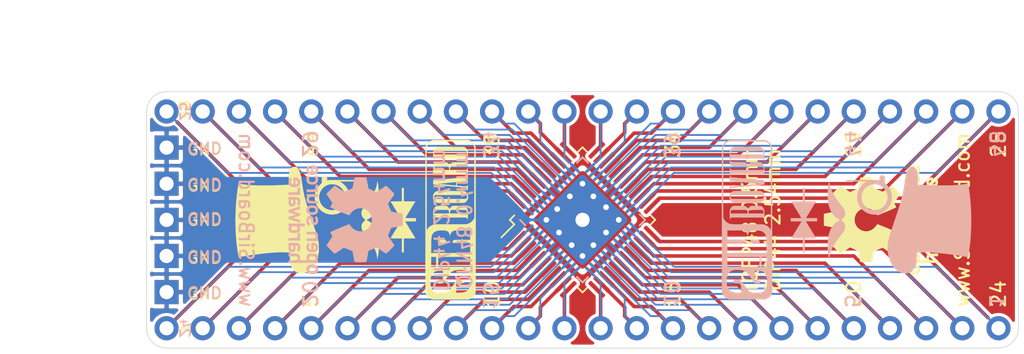
<source format=kicad_pcb>
(kicad_pcb (version 20171130) (host pcbnew "(5.1.2)-2")
  (layers (0 F.Cu signal) (31 B.Cu signal) (34 B.Paste user hide) (35 F.Paste user hide) (36 B.SilkS user) (37 F.SilkS user) (38 B.Mask user hide) (39 F.Mask user hide) (44 Edge.Cuts user))
  (net 0 "")
  (net 1 "Net-(J1-Pad24)")
  (net 2 "Net-(J1-Pad23)")
  (net 3 "Net-(J1-Pad22)")
  (net 4 "Net-(J1-Pad21)")
  (net 5 "Net-(J1-Pad20)")
  (net 6 "Net-(J1-Pad19)")
  (net 7 "Net-(J1-Pad18)")
  (net 8 "Net-(J1-Pad17)")
  (net 9 "Net-(J1-Pad16)")
  (net 10 "Net-(J1-Pad15)")
  (net 11 "Net-(J1-Pad14)")
  (net 12 "Net-(J1-Pad13)")
  (net 13 "Net-(J1-Pad12)")
  (net 14 "Net-(J1-Pad11)")
  (net 15 "Net-(J1-Pad10)")
  (net 16 "Net-(J1-Pad9)")
  (net 17 "Net-(J1-Pad8)")
  (net 18 "Net-(J1-Pad7)")
  (net 19 "Net-(J1-Pad6)")
  (net 20 "Net-(J1-Pad5)")
  (net 21 "Net-(J1-Pad4)")
  (net 22 "Net-(J1-Pad3)")
  (net 23 "Net-(J1-Pad2)")
  (net 24 "Net-(J1-Pad1)")
  (net 25 "Net-(J2-Pad48)")
  (net 26 "Net-(J2-Pad47)")
  (net 27 "Net-(J2-Pad46)")
  (net 28 "Net-(J2-Pad45)")
  (net 29 "Net-(J2-Pad44)")
  (net 30 "Net-(J2-Pad43)")
  (net 31 "Net-(J2-Pad42)")
  (net 32 "Net-(J2-Pad41)")
  (net 33 "Net-(J2-Pad40)")
  (net 34 "Net-(J2-Pad39)")
  (net 35 "Net-(J2-Pad38)")
  (net 36 "Net-(J2-Pad37)")
  (net 37 "Net-(J2-Pad36)")
  (net 38 "Net-(J2-Pad35)")
  (net 39 "Net-(J2-Pad34)")
  (net 40 "Net-(J2-Pad33)")
  (net 41 "Net-(J2-Pad32)")
  (net 42 "Net-(J2-Pad31)")
  (net 43 "Net-(J2-Pad30)")
  (net 44 "Net-(J2-Pad29)")
  (net 45 "Net-(J2-Pad28)")
  (net 46 "Net-(J2-Pad27)")
  (net 47 "Net-(J2-Pad26)")
  (net 48 "Net-(J2-Pad25)")
  (net 49 "Net-(J5-Pad1)")
  (module Package_DFN_QFN:UQFN-48-1EP_6x6mm_P0.4mm_EP4.62x4.62mm (layer B.Cu) (at 148.59 104.14 315)
    (fp_text reference J3 hide)
    (fp_text value Conn_02x24_Counter_Clockwise)
    (pad 48 smd roundrect (at -2.2 3.0375 315) (size 0.2 0.675) (layers B.Cu B.Paste B.Mask) (net 24 "Net-(J1-Pad1)"))
    (pad 47 smd roundrect (at -1.8 2.9375 315) (size 0.2 0.875) (layers B.Cu B.Paste B.Mask) (net 23 "Net-(J1-Pad2)"))
    (pad 46 smd roundrect (at -1.4 2.9375 315) (size 0.2 0.875) (layers B.Cu B.Paste B.Mask) (net 22 "Net-(J1-Pad3)"))
    (pad 45 smd roundrect (at -1 2.9375 315) (size 0.2 0.875) (layers B.Cu B.Paste B.Mask) (net 21 "Net-(J1-Pad4)"))
    (pad 44 smd roundrect (at -0.6 2.9375 315) (size 0.2 0.875) (layers B.Cu B.Paste B.Mask) (net 20 "Net-(J1-Pad5)"))
    (pad 43 smd roundrect (at -0.2 2.9375 315) (size 0.2 0.875) (layers B.Cu B.Paste B.Mask) (net 19 "Net-(J1-Pad6)"))
    (pad 42 smd roundrect (at 0.2 2.9375 315) (size 0.2 0.875) (layers B.Cu B.Paste B.Mask) (net 18 "Net-(J1-Pad7)"))
    (pad 41 smd roundrect (at 0.6 2.9375 315) (size 0.2 0.875) (layers B.Cu B.Paste B.Mask) (net 17 "Net-(J1-Pad8)"))
    (pad 40 smd roundrect (at 1 2.9375 315) (size 0.2 0.875) (layers B.Cu B.Paste B.Mask) (net 16 "Net-(J1-Pad9)"))
    (pad 39 smd roundrect (at 1.4 2.9375 315) (size 0.2 0.875) (layers B.Cu B.Paste B.Mask) (net 15 "Net-(J1-Pad10)"))
    (pad 38 smd roundrect (at 1.8 2.9375 315) (size 0.2 0.875) (layers B.Cu B.Paste B.Mask) (net 14 "Net-(J1-Pad11)"))
    (pad 37 smd roundrect (at 2.2 2.9375 315) (size 0.2 0.875) (layers B.Cu B.Paste B.Mask) (net 13 "Net-(J1-Pad12)"))
    (pad 36 smd roundrect (at 2.9375 2.2 315) (size 0.875 0.2) (layers B.Cu B.Paste B.Mask) (net 12 "Net-(J1-Pad13)"))
    (pad 35 smd roundrect (at 2.9375 1.8 315) (size 0.875 0.2) (layers B.Cu B.Paste B.Mask) (net 11 "Net-(J1-Pad14)"))
    (pad 34 smd roundrect (at 2.9375 1.4 315) (size 0.875 0.2) (layers B.Cu B.Paste B.Mask) (net 10 "Net-(J1-Pad15)"))
    (pad 33 smd roundrect (at 2.9375 1 315) (size 0.875 0.2) (layers B.Cu B.Paste B.Mask) (net 9 "Net-(J1-Pad16)"))
    (pad 32 smd roundrect (at 2.9375 0.6 315) (size 0.875 0.2) (layers B.Cu B.Paste B.Mask) (net 8 "Net-(J1-Pad17)"))
    (pad 31 smd roundrect (at 2.9375 0.2 315) (size 0.875 0.2) (layers B.Cu B.Paste B.Mask) (net 7 "Net-(J1-Pad18)"))
    (pad 30 smd roundrect (at 2.9375 -0.2 315) (size 0.875 0.2) (layers B.Cu B.Paste B.Mask) (net 6 "Net-(J1-Pad19)"))
    (pad 29 smd roundrect (at 2.9375 -0.6 315) (size 0.875 0.2) (layers B.Cu B.Paste B.Mask) (net 5 "Net-(J1-Pad20)"))
    (pad 28 smd roundrect (at 2.9375 -1 315) (size 0.875 0.2) (layers B.Cu B.Paste B.Mask) (net 4 "Net-(J1-Pad21)"))
    (pad 27 smd roundrect (at 2.9375 -1.4 315) (size 0.875 0.2) (layers B.Cu B.Paste B.Mask) (net 3 "Net-(J1-Pad22)"))
    (pad 26 smd roundrect (at 2.9375 -1.8 315) (size 0.875 0.2) (layers B.Cu B.Paste B.Mask) (net 2 "Net-(J1-Pad23)"))
    (pad 25 smd roundrect (at 2.9375 -2.2 315) (size 0.875 0.2) (layers B.Cu B.Paste B.Mask) (net 1 "Net-(J1-Pad24)"))
    (pad 24 smd roundrect (at 2.2 -2.9375 315) (size 0.2 0.875) (layers B.Cu B.Paste B.Mask) (net 48 "Net-(J2-Pad25)"))
    (pad 23 smd roundrect (at 1.8 -2.9375 315) (size 0.2 0.875) (layers B.Cu B.Paste B.Mask) (net 47 "Net-(J2-Pad26)"))
    (pad 22 smd roundrect (at 1.4 -2.9375 315) (size 0.2 0.875) (layers B.Cu B.Paste B.Mask) (net 46 "Net-(J2-Pad27)"))
    (pad 21 smd roundrect (at 1 -2.9375 315) (size 0.2 0.875) (layers B.Cu B.Paste B.Mask) (net 45 "Net-(J2-Pad28)"))
    (pad 20 smd roundrect (at 0.6 -2.9375 315) (size 0.2 0.875) (layers B.Cu B.Paste B.Mask) (net 44 "Net-(J2-Pad29)"))
    (pad 19 smd roundrect (at 0.2 -2.9375 315) (size 0.2 0.875) (layers B.Cu B.Paste B.Mask) (net 43 "Net-(J2-Pad30)"))
    (pad 18 smd roundrect (at -0.2 -2.9375 315) (size 0.2 0.875) (layers B.Cu B.Paste B.Mask) (net 42 "Net-(J2-Pad31)"))
    (pad 17 smd roundrect (at -0.6 -2.9375 315) (size 0.2 0.875) (layers B.Cu B.Paste B.Mask) (net 41 "Net-(J2-Pad32)"))
    (pad 16 smd roundrect (at -1 -2.9375 315) (size 0.2 0.875) (layers B.Cu B.Paste B.Mask) (net 40 "Net-(J2-Pad33)"))
    (pad 15 smd roundrect (at -1.4 -2.9375 315) (size 0.2 0.875) (layers B.Cu B.Paste B.Mask) (net 39 "Net-(J2-Pad34)"))
    (pad 14 smd roundrect (at -1.8 -2.9375 315) (size 0.2 0.875) (layers B.Cu B.Paste B.Mask) (net 38 "Net-(J2-Pad35)"))
    (pad 13 smd roundrect (at -2.2 -2.9375 315) (size 0.2 0.875) (layers B.Cu B.Paste B.Mask) (net 37 "Net-(J2-Pad36)"))
    (pad 12 smd roundrect (at -2.9375 -2.2 315) (size 0.875 0.2) (layers B.Cu B.Paste B.Mask) (net 36 "Net-(J2-Pad37)"))
    (pad 11 smd roundrect (at -2.9375 -1.8 315) (size 0.875 0.2) (layers B.Cu B.Paste B.Mask) (net 35 "Net-(J2-Pad38)"))
    (pad 10 smd roundrect (at -2.9375 -1.4 315) (size 0.875 0.2) (layers B.Cu B.Paste B.Mask) (net 34 "Net-(J2-Pad39)"))
    (pad 9 smd roundrect (at -2.9375 -1 315) (size 0.875 0.2) (layers B.Cu B.Paste B.Mask) (net 33 "Net-(J2-Pad40)"))
    (pad 8 smd roundrect (at -2.9375 -0.6 315) (size 0.875 0.2) (layers B.Cu B.Paste B.Mask) (net 32 "Net-(J2-Pad41)"))
    (pad 7 smd roundrect (at -2.9375 -0.2 315) (size 0.875 0.2) (layers B.Cu B.Paste B.Mask) (net 31 "Net-(J2-Pad42)"))
    (pad 6 smd roundrect (at -2.9375 0.2 315) (size 0.875 0.2) (layers B.Cu B.Paste B.Mask) (net 30 "Net-(J2-Pad43)"))
    (pad 5 smd roundrect (at -2.9375 0.6 315) (size 0.875 0.2) (layers B.Cu B.Paste B.Mask) (net 29 "Net-(J2-Pad44)"))
    (pad 4 smd roundrect (at -2.9375 1 315) (size 0.875 0.2) (layers B.Cu B.Paste B.Mask) (net 28 "Net-(J2-Pad45)"))
    (pad 3 smd roundrect (at -2.9375 1.4 315) (size 0.875 0.2) (layers B.Cu B.Paste B.Mask) (net 27 "Net-(J2-Pad46)"))
    (pad 2 smd roundrect (at -2.9375 1.8 315) (size 0.875 0.2) (layers B.Cu B.Paste B.Mask) (net 26 "Net-(J2-Pad47)"))
    (pad 1 smd roundrect (at -3.0375 2.2 315) (size 0.675 0.2) (layers B.Cu B.Paste B.Mask) (net 25 "Net-(J2-Pad48)"))
    (pad 49 smd roundrect (at 0 0 315) (size 4.62 4.62) (layers B.Cu B.Mask) (roundrect_rratio 0.05400000000000001) (net 49 "Net-(J5-Pad1)"))
  )
  (module Package_QFP:TQFP-48-1EP_7x7mm_P0.5mm_EP5x5mm (layer F.Cu) (at 148.59 104.14 45)
    (fp_text reference J2 hide)
    (fp_text value Conn_02x24_Counter_Clockwise)
    (pad 48 smd roundrect (at -2.75 -4.1625 45) (size 0.3 1.475) (layers F.Cu F.Paste F.Mask) (net 25 "Net-(J2-Pad48)"))
    (pad 47 smd roundrect (at -2.25 -4.1625 45) (size 0.3 1.475) (layers F.Cu F.Paste F.Mask) (net 26 "Net-(J2-Pad47)"))
    (pad 46 smd roundrect (at -1.75 -4.1625 45) (size 0.3 1.475) (layers F.Cu F.Paste F.Mask) (net 27 "Net-(J2-Pad46)"))
    (pad 45 smd roundrect (at -1.25 -4.1625 45) (size 0.3 1.475) (layers F.Cu F.Paste F.Mask) (net 28 "Net-(J2-Pad45)"))
    (pad 44 smd roundrect (at -0.75 -4.1625 45) (size 0.3 1.475) (layers F.Cu F.Paste F.Mask) (net 29 "Net-(J2-Pad44)"))
    (pad 43 smd roundrect (at -0.25 -4.1625 45) (size 0.3 1.475) (layers F.Cu F.Paste F.Mask) (net 30 "Net-(J2-Pad43)"))
    (pad 42 smd roundrect (at 0.25 -4.1625 45) (size 0.3 1.475) (layers F.Cu F.Paste F.Mask) (net 31 "Net-(J2-Pad42)"))
    (pad 41 smd roundrect (at 0.75 -4.1625 45) (size 0.3 1.475) (layers F.Cu F.Paste F.Mask) (net 32 "Net-(J2-Pad41)"))
    (pad 40 smd roundrect (at 1.25 -4.1625 45) (size 0.3 1.475) (layers F.Cu F.Paste F.Mask) (net 33 "Net-(J2-Pad40)"))
    (pad 39 smd roundrect (at 1.75 -4.1625 45) (size 0.3 1.475) (layers F.Cu F.Paste F.Mask) (net 34 "Net-(J2-Pad39)"))
    (pad 38 smd roundrect (at 2.25 -4.1625 45) (size 0.3 1.475) (layers F.Cu F.Paste F.Mask) (net 35 "Net-(J2-Pad38)"))
    (pad 37 smd roundrect (at 2.75 -4.1625 45) (size 0.3 1.475) (layers F.Cu F.Paste F.Mask) (net 36 "Net-(J2-Pad37)"))
    (pad 36 smd roundrect (at 4.1625 -2.75 45) (size 1.475 0.3) (layers F.Cu F.Paste F.Mask) (net 37 "Net-(J2-Pad36)"))
    (pad 35 smd roundrect (at 4.1625 -2.25 45) (size 1.475 0.3) (layers F.Cu F.Paste F.Mask) (net 38 "Net-(J2-Pad35)"))
    (pad 34 smd roundrect (at 4.1625 -1.75 45) (size 1.475 0.3) (layers F.Cu F.Paste F.Mask) (net 39 "Net-(J2-Pad34)"))
    (pad 33 smd roundrect (at 4.1625 -1.25 45) (size 1.475 0.3) (layers F.Cu F.Paste F.Mask) (net 40 "Net-(J2-Pad33)"))
    (pad 32 smd roundrect (at 4.1625 -0.75 45) (size 1.475 0.3) (layers F.Cu F.Paste F.Mask) (net 41 "Net-(J2-Pad32)"))
    (pad 31 smd roundrect (at 4.1625 -0.25 45) (size 1.475 0.3) (layers F.Cu F.Paste F.Mask) (net 42 "Net-(J2-Pad31)"))
    (pad 30 smd roundrect (at 4.1625 0.25 45) (size 1.475 0.3) (layers F.Cu F.Paste F.Mask) (net 43 "Net-(J2-Pad30)"))
    (pad 29 smd roundrect (at 4.1625 0.75 45) (size 1.475 0.3) (layers F.Cu F.Paste F.Mask) (net 44 "Net-(J2-Pad29)"))
    (pad 28 smd roundrect (at 4.1625 1.25 45) (size 1.475 0.3) (layers F.Cu F.Paste F.Mask) (net 45 "Net-(J2-Pad28)"))
    (pad 27 smd roundrect (at 4.1625 1.75 45) (size 1.475 0.3) (layers F.Cu F.Paste F.Mask) (net 46 "Net-(J2-Pad27)"))
    (pad 26 smd roundrect (at 4.1625 2.25 45) (size 1.475 0.3) (layers F.Cu F.Paste F.Mask) (net 47 "Net-(J2-Pad26)"))
    (pad 25 smd roundrect (at 4.1625 2.75 45) (size 1.475 0.3) (layers F.Cu F.Paste F.Mask) (net 48 "Net-(J2-Pad25)"))
    (pad 24 smd roundrect (at 2.75 4.1625 45) (size 0.3 1.475) (layers F.Cu F.Paste F.Mask) (net 1 "Net-(J1-Pad24)"))
    (pad 23 smd roundrect (at 2.25 4.1625 45) (size 0.3 1.475) (layers F.Cu F.Paste F.Mask) (net 2 "Net-(J1-Pad23)"))
    (pad 22 smd roundrect (at 1.75 4.1625 45) (size 0.3 1.475) (layers F.Cu F.Paste F.Mask) (net 3 "Net-(J1-Pad22)"))
    (pad 21 smd roundrect (at 1.25 4.1625 45) (size 0.3 1.475) (layers F.Cu F.Paste F.Mask) (net 4 "Net-(J1-Pad21)"))
    (pad 20 smd roundrect (at 0.75 4.1625 45) (size 0.3 1.475) (layers F.Cu F.Paste F.Mask) (net 5 "Net-(J1-Pad20)"))
    (pad 19 smd roundrect (at 0.25 4.1625 45) (size 0.3 1.475) (layers F.Cu F.Paste F.Mask) (net 6 "Net-(J1-Pad19)"))
    (pad 18 smd roundrect (at -0.25 4.1625 45) (size 0.3 1.475) (layers F.Cu F.Paste F.Mask) (net 7 "Net-(J1-Pad18)"))
    (pad 17 smd roundrect (at -0.75 4.1625 45) (size 0.3 1.475) (layers F.Cu F.Paste F.Mask) (net 8 "Net-(J1-Pad17)"))
    (pad 16 smd roundrect (at -1.25 4.1625 45) (size 0.3 1.475) (layers F.Cu F.Paste F.Mask) (net 9 "Net-(J1-Pad16)"))
    (pad 15 smd roundrect (at -1.75 4.1625 45) (size 0.3 1.475) (layers F.Cu F.Paste F.Mask) (net 10 "Net-(J1-Pad15)"))
    (pad 14 smd roundrect (at -2.25 4.1625 45) (size 0.3 1.475) (layers F.Cu F.Paste F.Mask) (net 11 "Net-(J1-Pad14)"))
    (pad 13 smd roundrect (at -2.75 4.1625 45) (size 0.3 1.475) (layers F.Cu F.Paste F.Mask) (net 12 "Net-(J1-Pad13)"))
    (pad 12 smd roundrect (at -4.1625 2.75 45) (size 1.475 0.3) (layers F.Cu F.Paste F.Mask) (net 13 "Net-(J1-Pad12)"))
    (pad 11 smd roundrect (at -4.1625 2.25 45) (size 1.475 0.3) (layers F.Cu F.Paste F.Mask) (net 14 "Net-(J1-Pad11)"))
    (pad 10 smd roundrect (at -4.1625 1.75 45) (size 1.475 0.3) (layers F.Cu F.Paste F.Mask) (net 15 "Net-(J1-Pad10)"))
    (pad 9 smd roundrect (at -4.1625 1.25 45) (size 1.475 0.3) (layers F.Cu F.Paste F.Mask) (net 16 "Net-(J1-Pad9)"))
    (pad 8 smd roundrect (at -4.1625 0.75 45) (size 1.475 0.3) (layers F.Cu F.Paste F.Mask) (net 17 "Net-(J1-Pad8)"))
    (pad 7 smd roundrect (at -4.1625 0.25 45) (size 1.475 0.3) (layers F.Cu F.Paste F.Mask) (net 18 "Net-(J1-Pad7)"))
    (pad 6 smd roundrect (at -4.1625 -0.25 45) (size 1.475 0.3) (layers F.Cu F.Paste F.Mask) (net 19 "Net-(J1-Pad6)"))
    (pad 5 smd roundrect (at -4.1625 -0.75 45) (size 1.475 0.3) (layers F.Cu F.Paste F.Mask) (net 20 "Net-(J1-Pad5)"))
    (pad 4 smd roundrect (at -4.1625 -1.25 45) (size 1.475 0.3) (layers F.Cu F.Paste F.Mask) (net 21 "Net-(J1-Pad4)"))
    (pad 3 smd roundrect (at -4.1625 -1.75 45) (size 1.475 0.3) (layers F.Cu F.Paste F.Mask) (net 22 "Net-(J1-Pad3)"))
    (pad 2 smd roundrect (at -4.1625 -2.25 45) (size 1.475 0.3) (layers F.Cu F.Paste F.Mask) (net 23 "Net-(J1-Pad2)"))
    (pad 1 smd roundrect (at -4.1625 -2.75 45) (size 1.475 0.3) (layers F.Cu F.Paste F.Mask) (net 24 "Net-(J1-Pad1)"))
    (pad 49 smd roundrect (at 0 0 45) (size 5 5) (layers F.Cu F.Mask) (roundrect_rratio 0.05) (net 49 "Net-(J5-Pad1)"))
  )
  (module Connector_PinHeader_2.54mm:PinHeader_1x05_P2.54mm_Vertical (layer B.Cu) (at 119.38 99.06 180)
    (fp_text reference J5 hide)
    (fp_text value Conn_01x05)
    (pad 5 thru_hole rect (at 0 -10.16 180) (size 1.7 1.7) (drill 1) (layers *.Cu *.Mask) (net 49 "Net-(J5-Pad1)"))
    (pad 4 thru_hole rect (at 0 -7.62 180) (size 1.7 1.7) (drill 1) (layers *.Cu *.Mask) (net 49 "Net-(J5-Pad1)"))
    (pad 3 thru_hole rect (at 0 -5.08 180) (size 1.7 1.7) (drill 1) (layers *.Cu *.Mask) (net 49 "Net-(J5-Pad1)"))
    (pad 2 thru_hole rect (at 0 -2.54 180) (size 1.7 1.7) (drill 1) (layers *.Cu *.Mask) (net 49 "Net-(J5-Pad1)"))
    (pad 1 thru_hole rect (at 0 0 180) (size 1.7 1.7) (drill 1) (layers *.Cu *.Mask) (net 49 "Net-(J5-Pad1)"))
  )
  (module Connector_PinHeader_2.54mm:PinHeader_1x24_P2.54mm_Vertical (layer B.Cu) (at 119.38 111.76 270)
    (fp_text reference J1 hide)
    (fp_text value Conn_01x24)
    (pad 24 thru_hole oval (at 0 -58.42 270) (size 1.7 1.7) (drill 1) (layers *.Cu *.Mask) (net 1 "Net-(J1-Pad24)"))
    (pad 23 thru_hole oval (at 0 -55.88 270) (size 1.7 1.7) (drill 1) (layers *.Cu *.Mask) (net 2 "Net-(J1-Pad23)"))
    (pad 22 thru_hole oval (at 0 -53.34 270) (size 1.7 1.7) (drill 1) (layers *.Cu *.Mask) (net 3 "Net-(J1-Pad22)"))
    (pad 21 thru_hole oval (at 0 -50.8 270) (size 1.7 1.7) (drill 1) (layers *.Cu *.Mask) (net 4 "Net-(J1-Pad21)"))
    (pad 20 thru_hole oval (at 0 -48.26 270) (size 1.7 1.7) (drill 1) (layers *.Cu *.Mask) (net 5 "Net-(J1-Pad20)"))
    (pad 19 thru_hole oval (at 0 -45.72 270) (size 1.7 1.7) (drill 1) (layers *.Cu *.Mask) (net 6 "Net-(J1-Pad19)"))
    (pad 18 thru_hole oval (at 0 -43.18 270) (size 1.7 1.7) (drill 1) (layers *.Cu *.Mask) (net 7 "Net-(J1-Pad18)"))
    (pad 17 thru_hole oval (at 0 -40.64 270) (size 1.7 1.7) (drill 1) (layers *.Cu *.Mask) (net 8 "Net-(J1-Pad17)"))
    (pad 16 thru_hole oval (at 0 -38.1 270) (size 1.7 1.7) (drill 1) (layers *.Cu *.Mask) (net 9 "Net-(J1-Pad16)"))
    (pad 15 thru_hole oval (at 0 -35.56 270) (size 1.7 1.7) (drill 1) (layers *.Cu *.Mask) (net 10 "Net-(J1-Pad15)"))
    (pad 14 thru_hole oval (at 0 -33.02 270) (size 1.7 1.7) (drill 1) (layers *.Cu *.Mask) (net 11 "Net-(J1-Pad14)"))
    (pad 13 thru_hole oval (at 0 -30.48 270) (size 1.7 1.7) (drill 1) (layers *.Cu *.Mask) (net 12 "Net-(J1-Pad13)"))
    (pad 12 thru_hole oval (at 0 -27.94 270) (size 1.7 1.7) (drill 1) (layers *.Cu *.Mask) (net 13 "Net-(J1-Pad12)"))
    (pad 11 thru_hole oval (at 0 -25.4 270) (size 1.7 1.7) (drill 1) (layers *.Cu *.Mask) (net 14 "Net-(J1-Pad11)"))
    (pad 10 thru_hole oval (at 0 -22.86 270) (size 1.7 1.7) (drill 1) (layers *.Cu *.Mask) (net 15 "Net-(J1-Pad10)"))
    (pad 9 thru_hole oval (at 0 -20.32 270) (size 1.7 1.7) (drill 1) (layers *.Cu *.Mask) (net 16 "Net-(J1-Pad9)"))
    (pad 8 thru_hole oval (at 0 -17.78 270) (size 1.7 1.7) (drill 1) (layers *.Cu *.Mask) (net 17 "Net-(J1-Pad8)"))
    (pad 7 thru_hole oval (at 0 -15.24 270) (size 1.7 1.7) (drill 1) (layers *.Cu *.Mask) (net 18 "Net-(J1-Pad7)"))
    (pad 6 thru_hole oval (at 0 -12.7 270) (size 1.7 1.7) (drill 1) (layers *.Cu *.Mask) (net 19 "Net-(J1-Pad6)"))
    (pad 5 thru_hole oval (at 0 -10.16 270) (size 1.7 1.7) (drill 1) (layers *.Cu *.Mask) (net 20 "Net-(J1-Pad5)"))
    (pad 4 thru_hole oval (at 0 -7.62 270) (size 1.7 1.7) (drill 1) (layers *.Cu *.Mask) (net 21 "Net-(J1-Pad4)"))
    (pad 3 thru_hole oval (at 0 -5.08 270) (size 1.7 1.7) (drill 1) (layers *.Cu *.Mask) (net 22 "Net-(J1-Pad3)"))
    (pad 2 thru_hole oval (at 0 -2.54 270) (size 1.7 1.7) (drill 1) (layers *.Cu *.Mask) (net 23 "Net-(J1-Pad2)"))
    (pad 1 thru_hole circle (at 0 0 270) (size 1.7 1.7) (drill 1) (layers *.Cu *.Mask) (net 24 "Net-(J1-Pad1)"))
  )
  (module Connector_PinHeader_2.54mm:PinHeader_1x24_P2.54mm_Vertical (layer B.Cu) (at 119.38 96.52 270)
    (fp_text reference J4 hide)
    (fp_text value Conn_01x24)
    (pad 24 thru_hole oval (at 0 -58.42 270) (size 1.7 1.7) (drill 1) (layers *.Cu *.Mask) (net 48 "Net-(J2-Pad25)"))
    (pad 23 thru_hole oval (at 0 -55.88 270) (size 1.7 1.7) (drill 1) (layers *.Cu *.Mask) (net 47 "Net-(J2-Pad26)"))
    (pad 22 thru_hole oval (at 0 -53.34 270) (size 1.7 1.7) (drill 1) (layers *.Cu *.Mask) (net 46 "Net-(J2-Pad27)"))
    (pad 21 thru_hole oval (at 0 -50.8 270) (size 1.7 1.7) (drill 1) (layers *.Cu *.Mask) (net 45 "Net-(J2-Pad28)"))
    (pad 20 thru_hole oval (at 0 -48.26 270) (size 1.7 1.7) (drill 1) (layers *.Cu *.Mask) (net 44 "Net-(J2-Pad29)"))
    (pad 19 thru_hole oval (at 0 -45.72 270) (size 1.7 1.7) (drill 1) (layers *.Cu *.Mask) (net 43 "Net-(J2-Pad30)"))
    (pad 18 thru_hole oval (at 0 -43.18 270) (size 1.7 1.7) (drill 1) (layers *.Cu *.Mask) (net 42 "Net-(J2-Pad31)"))
    (pad 17 thru_hole oval (at 0 -40.64 270) (size 1.7 1.7) (drill 1) (layers *.Cu *.Mask) (net 41 "Net-(J2-Pad32)"))
    (pad 16 thru_hole oval (at 0 -38.1 270) (size 1.7 1.7) (drill 1) (layers *.Cu *.Mask) (net 40 "Net-(J2-Pad33)"))
    (pad 15 thru_hole oval (at 0 -35.56 270) (size 1.7 1.7) (drill 1) (layers *.Cu *.Mask) (net 39 "Net-(J2-Pad34)"))
    (pad 14 thru_hole oval (at 0 -33.02 270) (size 1.7 1.7) (drill 1) (layers *.Cu *.Mask) (net 38 "Net-(J2-Pad35)"))
    (pad 13 thru_hole oval (at 0 -30.48 270) (size 1.7 1.7) (drill 1) (layers *.Cu *.Mask) (net 37 "Net-(J2-Pad36)"))
    (pad 12 thru_hole oval (at 0 -27.94 270) (size 1.7 1.7) (drill 1) (layers *.Cu *.Mask) (net 36 "Net-(J2-Pad37)"))
    (pad 11 thru_hole oval (at 0 -25.4 270) (size 1.7 1.7) (drill 1) (layers *.Cu *.Mask) (net 35 "Net-(J2-Pad38)"))
    (pad 10 thru_hole oval (at 0 -22.86 270) (size 1.7 1.7) (drill 1) (layers *.Cu *.Mask) (net 34 "Net-(J2-Pad39)"))
    (pad 9 thru_hole oval (at 0 -20.32 270) (size 1.7 1.7) (drill 1) (layers *.Cu *.Mask) (net 33 "Net-(J2-Pad40)"))
    (pad 8 thru_hole oval (at 0 -17.78 270) (size 1.7 1.7) (drill 1) (layers *.Cu *.Mask) (net 32 "Net-(J2-Pad41)"))
    (pad 7 thru_hole oval (at 0 -15.24 270) (size 1.7 1.7) (drill 1) (layers *.Cu *.Mask) (net 31 "Net-(J2-Pad42)"))
    (pad 6 thru_hole oval (at 0 -12.7 270) (size 1.7 1.7) (drill 1) (layers *.Cu *.Mask) (net 30 "Net-(J2-Pad43)"))
    (pad 5 thru_hole oval (at 0 -10.16 270) (size 1.7 1.7) (drill 1) (layers *.Cu *.Mask) (net 29 "Net-(J2-Pad44)"))
    (pad 4 thru_hole oval (at 0 -7.62 270) (size 1.7 1.7) (drill 1) (layers *.Cu *.Mask) (net 28 "Net-(J2-Pad45)"))
    (pad 3 thru_hole oval (at 0 -5.08 270) (size 1.7 1.7) (drill 1) (layers *.Cu *.Mask) (net 27 "Net-(J2-Pad46)"))
    (pad 2 thru_hole oval (at 0 -2.54 270) (size 1.7 1.7) (drill 1) (layers *.Cu *.Mask) (net 26 "Net-(J2-Pad47)"))
    (pad 1 thru_hole circle (at 0 0 270) (size 1.7 1.7) (drill 1) (layers *.Cu *.Mask) (net 25 "Net-(J2-Pad48)"))
  )
  (module logo:SirBoard112x35 (layer B.Cu) (at 160.147 104.14 90)
    (fp_text reference G*** hide)
    (fp_text value LOGO hide)
  )
  (module logo:logo126x178 (layer B.Cu) (at 169.545 104.14 90)
    (fp_text reference G*** hide)
    (fp_text value LOGO hide)
  )
  (module Symbol:OSHW-Logo_7.5x8mm_SilkScreen (layer B.Cu) (at 131.953 104.14 90)
    (fp_text reference REF** hide)
    (fp_text value OSHW-Logo_7.5x8mm_SilkScreen hide)
  )
  (module logo:SirBoard112x35 (layer F.Cu) (at 139.319 104.14 90)
    (fp_text reference G*** hide)
    (fp_text value LOGO hide)
  )
  (module logo:logo126x178 (layer F.Cu) (at 130.556 104.14 90)
    (fp_text reference G*** hide)
    (fp_text value LOGO hide)
  )
  (module Symbol:OSHW-Logo_7.5x8mm_SilkScreen (layer F.Cu) (at 169.545 104.14 90)
    (fp_text reference REF** hide)
    (fp_text value OSHW-Logo_7.5x8mm_SilkScreen hide)
  )
  (gr_text GND (at 122.047 99.06 180) (layer B.SilkS) (effects (font (size 0.8 0.8) (thickness 0.13)) (justify mirror)))
  (gr_text GND (at 122.047 101.6 180) (layer B.SilkS) (effects (font (size 0.8 0.8) (thickness 0.13)) (justify mirror)))
  (gr_text GND (at 122.047 104.013 180) (layer B.SilkS) (effects (font (size 0.8 0.8) (thickness 0.13)) (justify mirror)))
  (gr_text GND (at 122.047 106.68 180) (layer B.SilkS) (effects (font (size 0.8 0.8) (thickness 0.13)) (justify mirror)))
  (gr_text GND (at 122.047 109.22 180) (layer B.SilkS) (effects (font (size 0.8 0.8) (thickness 0.13)) (justify mirror)))
  (gr_text GND (at 122.047 109.347) (layer F.SilkS) (effects (font (size 0.8 0.8) (thickness 0.13))))
  (gr_text GND (at 122.047 106.807) (layer F.SilkS) (effects (font (size 0.8 0.8) (thickness 0.13))))
  (gr_text GND (at 122.047 104.14) (layer F.SilkS) (effects (font (size 0.8 0.8) (thickness 0.13))))
  (gr_text GND (at 122.047 101.727) (layer F.SilkS) (effects (font (size 0.8 0.8) (thickness 0.13))))
  (gr_text GND (at 122.047 99.187) (layer F.SilkS) (effects (font (size 0.8 0.8) (thickness 0.13))))
  (gr_text www.SirBoard.com (at 124.968 104.14 270) (layer B.SilkS) (effects (font (size 1 0.9)) (justify mirror)))
  (gr_text "QFN48 0.4mm\nDIP44 2.54mm" (at 139.446 104.14 270) (layer B.SilkS) (effects (font (size 1 0.9)) (justify mirror)))
  (gr_text 20 (at 129.413 109.347 270) (layer B.SilkS) (effects (font (size 1 1)) (justify mirror)))
  (gr_text 29 (at 129.413 98.806 270) (layer B.SilkS) (effects (font (size 1 1)) (justify mirror)))
  (gr_text 34 (at 142.113 98.806 270) (layer B.SilkS) (effects (font (size 1 1)) (justify mirror)))
  (gr_text 5 (at 167.513 109.855 270) (layer B.SilkS) (effects (font (size 1 1)) (justify mirror)))
  (gr_text 24 (at 120.65 111.76 270) (layer B.SilkS) (effects (font (size 0.7 0.7) (thickness 0.12)) (justify mirror)))
  (gr_text 10 (at 154.813 109.347 270) (layer B.SilkS) (effects (font (size 1 1)) (justify mirror)))
  (gr_text 25 (at 120.65 96.52 270) (layer B.SilkS) (effects (font (size 0.7 0.7) (thickness 0.12)) (justify mirror)))
  (gr_text 44 (at 167.513 98.806 270) (layer B.SilkS) (effects (font (size 1 1)) (justify mirror)))
  (gr_text 15 (at 142.113 109.474 270) (layer B.SilkS) (effects (font (size 1 1)) (justify mirror)))
  (gr_text 48 (at 177.673 98.806 270) (layer B.SilkS) (effects (font (size 1 1)) (justify mirror)))
  (gr_text 1 (at 177.673 109.855 270) (layer B.SilkS) (effects (font (size 1 1)) (justify mirror)))
  (gr_text 39 (at 154.813 98.933 270) (layer B.SilkS) (effects (font (size 1 1)) (justify mirror)))
  (gr_text 1 (at 120.65 111.76 90) (layer F.SilkS) (effects (font (size 0.7 0.7) (thickness 0.12))))
  (gr_text 39 (at 142.24 98.933 90) (layer F.SilkS) (effects (font (size 1 1))))
  (gr_text 48 (at 120.65 96.393 90) (layer F.SilkS) (effects (font (size 0.7 0.7) (thickness 0.12))))
  (gr_text 15 (at 154.94 109.347 90) (layer F.SilkS) (effects (font (size 1 1))))
  (gr_text 44 (at 129.54 98.806 90) (layer F.SilkS) (effects (font (size 1 1))))
  (gr_text 25 (at 177.8 98.806 90) (layer F.SilkS) (effects (font (size 1 1))))
  (gr_text 10 (at 142.24 109.347 90) (layer F.SilkS) (effects (font (size 1 1))))
  (gr_text 24 (at 177.8 109.347 90) (layer F.SilkS) (effects (font (size 1 1))))
  (gr_text 5 (at 129.54 109.855 90) (layer F.SilkS) (effects (font (size 1 1))))
  (gr_text 34 (at 154.94 98.806 90) (layer F.SilkS) (effects (font (size 1 1))))
  (gr_text 29 (at 167.64 98.806 90) (layer F.SilkS) (effects (font (size 1 1))))
  (gr_text 20 (at 167.64 109.347 90) (layer F.SilkS) (effects (font (size 1 1))))
  (gr_text "TQFP48 0.5mm\nDIP44 2.54mm" (at 161.163 104.14 90) (layer F.SilkS) (effects (font (size 1 0.9))))
  (gr_text www.SirBoard.com (at 175.26 104.14 90) (layer F.SilkS) (effects (font (size 1 0.9))))
  (gr_line (start 179.197 111.76) (end 179.197 96.52) (layer Edge.Cuts) (width 0.05))
  (gr_line (start 119.38 113.157) (end 177.8 113.157) (layer Edge.Cuts) (width 0.05))
  (gr_line (start 117.983 96.52) (end 117.983 111.76) (layer Edge.Cuts) (width 0.05))
  (gr_line (start 177.8 95.123) (end 119.38 95.123) (layer Edge.Cuts) (width 0.05))
  (gr_arc (start 177.8 96.52) (end 179.197 96.52) (angle -90) (layer Edge.Cuts) (width 0.05))
  (gr_arc (start 177.8 111.76) (end 177.8 113.157) (angle -90) (layer Edge.Cuts) (width 0.05))
  (gr_arc (start 119.38 111.76) (end 117.983 111.76) (angle -90) (layer Edge.Cuts) (width 0.05))
  (gr_arc (start 119.38 96.52) (end 119.38 95.123) (angle -90) (layer Edge.Cuts) (width 0.05))
  (segment (start 153.477876 105.138788) (end 154.003088 105.664) (width 0.25) (layer F.Cu) (net 1))
  (segment (start 154.003088 105.664) (end 171.704 105.664) (width 0.25) (layer F.Cu) (net 1))
  (segment (start 171.704 105.664) (end 177.064955 111.024955) (width 0.25) (layer F.Cu) (net 1))
  (segment (start 176.674152 110.634152) (end 177.8 111.76) (width 0.127) (layer B.Cu) (net 1))
  (segment (start 155.00327 107.442) (end 173.482 107.442) (width 0.127) (layer B.Cu) (net 1))
  (segment (start 173.482 107.442) (end 176.674152 110.634152) (width 0.127) (layer B.Cu) (net 1))
  (segment (start 152.222761 104.661491) (end 155.00327 107.442) (width 0.127) (layer B.Cu) (net 1))
  (segment (start 175.26 111.76) (end 169.672 106.172) (width 0.25) (layer F.Cu) (net 2))
  (segment (start 153.80398 106.172) (end 153.124322 105.492342) (width 0.25) (layer F.Cu) (net 2))
  (segment (start 169.672 106.172) (end 153.80398 106.172) (width 0.25) (layer F.Cu) (net 2))
  (segment (start 154.818584 107.823) (end 171.323 107.823) (width 0.127) (layer B.Cu) (net 2))
  (segment (start 174.410001 110.910001) (end 175.26 111.76) (width 0.127) (layer B.Cu) (net 2))
  (segment (start 171.323 107.823) (end 174.410001 110.910001) (width 0.127) (layer B.Cu) (net 2))
  (segment (start 151.939918 104.944334) (end 154.818584 107.823) (width 0.127) (layer B.Cu) (net 2))
  (segment (start 167.64 106.68) (end 153.604874 106.68) (width 0.25) (layer F.Cu) (net 3))
  (segment (start 153.604874 106.68) (end 152.770769 105.845895) (width 0.25) (layer F.Cu) (net 3))
  (segment (start 172.72 111.76) (end 167.64 106.68) (width 0.25) (layer F.Cu) (net 3))
  (segment (start 151.657076 105.227177) (end 154.633899 108.204) (width 0.127) (layer B.Cu) (net 3))
  (segment (start 169.164 108.204) (end 171.870001 110.910001) (width 0.127) (layer B.Cu) (net 3))
  (segment (start 154.633899 108.204) (end 169.164 108.204) (width 0.127) (layer B.Cu) (net 3))
  (segment (start 171.870001 110.910001) (end 172.72 111.76) (width 0.127) (layer B.Cu) (net 3))
  (segment (start 170.18 111.76) (end 165.608 107.188) (width 0.25) (layer F.Cu) (net 4))
  (segment (start 153.405766 107.188) (end 152.417215 106.199449) (width 0.25) (layer F.Cu) (net 4))
  (segment (start 165.608 107.188) (end 153.405766 107.188) (width 0.25) (layer F.Cu) (net 4))
  (segment (start 154.449214 108.585) (end 167.005 108.585) (width 0.127) (layer B.Cu) (net 4))
  (segment (start 167.005 108.585) (end 169.330001 110.910001) (width 0.127) (layer B.Cu) (net 4))
  (segment (start 151.374233 105.510019) (end 154.449214 108.585) (width 0.127) (layer B.Cu) (net 4))
  (segment (start 169.330001 110.910001) (end 170.18 111.76) (width 0.127) (layer B.Cu) (net 4))
  (segment (start 167.64 111.76) (end 163.576 107.696) (width 0.25) (layer F.Cu) (net 5))
  (segment (start 153.20666 107.696) (end 152.063662 106.553002) (width 0.25) (layer F.Cu) (net 5))
  (segment (start 163.576 107.696) (end 153.20666 107.696) (width 0.25) (layer F.Cu) (net 5))
  (segment (start 154.264528 108.966) (end 164.846 108.966) (width 0.127) (layer B.Cu) (net 5))
  (segment (start 166.790001 110.910001) (end 167.64 111.76) (width 0.127) (layer B.Cu) (net 5))
  (segment (start 164.846 108.966) (end 166.790001 110.910001) (width 0.127) (layer B.Cu) (net 5))
  (segment (start 151.09139 105.792862) (end 154.264528 108.966) (width 0.127) (layer B.Cu) (net 5))
  (segment (start 165.1 111.76) (end 161.544 108.204) (width 0.25) (layer F.Cu) (net 6))
  (segment (start 161.544 108.204) (end 153.007554 108.204) (width 0.25) (layer F.Cu) (net 6))
  (segment (start 153.007554 108.204) (end 151.710109 106.906555) (width 0.25) (layer F.Cu) (net 6))
  (segment (start 150.808548 106.075705) (end 154.079843 109.347) (width 0.127) (layer B.Cu) (net 6))
  (segment (start 164.250001 110.910001) (end 165.1 111.76) (width 0.127) (layer B.Cu) (net 6))
  (segment (start 154.079843 109.347) (end 162.687 109.347) (width 0.127) (layer B.Cu) (net 6))
  (segment (start 162.687 109.347) (end 164.250001 110.910001) (width 0.127) (layer B.Cu) (net 6))
  (segment (start 152.808446 108.712) (end 151.356555 107.260109) (width 0.25) (layer F.Cu) (net 7))
  (segment (start 162.56 111.76) (end 159.512 108.712) (width 0.25) (layer F.Cu) (net 7))
  (segment (start 159.512 108.712) (end 152.808446 108.712) (width 0.25) (layer F.Cu) (net 7))
  (segment (start 161.710001 110.910001) (end 162.56 111.76) (width 0.127) (layer B.Cu) (net 7))
  (segment (start 150.525705 106.358548) (end 153.895157 109.728) (width 0.127) (layer B.Cu) (net 7))
  (segment (start 153.895157 109.728) (end 160.528 109.728) (width 0.127) (layer B.Cu) (net 7))
  (segment (start 160.528 109.728) (end 161.710001 110.910001) (width 0.127) (layer B.Cu) (net 7))
  (segment (start 157.48 109.22) (end 152.60934 109.22) (width 0.25) (layer F.Cu) (net 8))
  (segment (start 160.02 111.76) (end 157.48 109.22) (width 0.25) (layer F.Cu) (net 8))
  (segment (start 152.60934 109.22) (end 151.003002 107.613662) (width 0.25) (layer F.Cu) (net 8))
  (segment (start 159.170001 110.910001) (end 160.02 111.76) (width 0.127) (layer B.Cu) (net 8))
  (segment (start 158.369 110.109) (end 159.170001 110.910001) (width 0.127) (layer B.Cu) (net 8))
  (segment (start 153.710472 110.109) (end 158.369 110.109) (width 0.127) (layer B.Cu) (net 8))
  (segment (start 150.242862 106.64139) (end 153.710472 110.109) (width 0.127) (layer B.Cu) (net 8))
  (segment (start 157.48 111.76) (end 155.448 109.728) (width 0.25) (layer F.Cu) (net 9))
  (segment (start 155.448 109.728) (end 152.410234 109.728) (width 0.25) (layer F.Cu) (net 9))
  (segment (start 152.410234 109.728) (end 150.649449 107.967215) (width 0.25) (layer F.Cu) (net 9))
  (segment (start 153.525786 110.49) (end 156.21 110.49) (width 0.127) (layer B.Cu) (net 9))
  (segment (start 156.21 110.49) (end 157.48 111.76) (width 0.127) (layer B.Cu) (net 9))
  (segment (start 149.960019 106.924233) (end 153.525786 110.49) (width 0.127) (layer B.Cu) (net 9))
  (segment (start 154.94 111.76) (end 153.416 110.236) (width 0.25) (layer F.Cu) (net 10))
  (segment (start 153.416 110.236) (end 152.211126 110.236) (width 0.25) (layer F.Cu) (net 10))
  (segment (start 152.211126 110.236) (end 150.295895 108.320769) (width 0.25) (layer F.Cu) (net 10))
  (segment (start 150.057246 107.587145) (end 149.677177 107.207076) (width 0.127) (layer B.Cu) (net 10))
  (segment (start 154.090001 110.910001) (end 153.380102 110.910001) (width 0.127) (layer B.Cu) (net 10))
  (segment (start 153.380102 110.910001) (end 150.057246 107.587145) (width 0.127) (layer B.Cu) (net 10))
  (segment (start 154.94 111.76) (end 154.090001 110.910001) (width 0.127) (layer B.Cu) (net 10))
  (segment (start 151.550001 110.910001) (end 151.550001 110.281981) (width 0.25) (layer F.Cu) (net 11))
  (segment (start 151.550001 110.281981) (end 150.534543 109.266523) (width 0.25) (layer F.Cu) (net 11))
  (segment (start 152.4 111.76) (end 151.550001 110.910001) (width 0.25) (layer F.Cu) (net 11))
  (segment (start 150.534543 109.266523) (end 149.942342 108.674322) (width 0.25) (layer F.Cu) (net 11))
  (segment (start 149.774403 107.869987) (end 149.394334 107.489918) (width 0.127) (layer B.Cu) (net 11))
  (segment (start 152.4 111.76) (end 151.550001 110.910001) (width 0.127) (layer B.Cu) (net 11))
  (segment (start 151.550001 109.645585) (end 149.774403 107.869987) (width 0.127) (layer B.Cu) (net 11))
  (segment (start 151.550001 110.910001) (end 151.550001 109.645585) (width 0.127) (layer B.Cu) (net 11))
  (segment (start 149.86 109.299088) (end 149.588788 109.027876) (width 0.25) (layer F.Cu) (net 12))
  (segment (start 149.86 111.76) (end 149.86 109.299088) (width 0.25) (layer F.Cu) (net 12))
  (segment (start 149.86 108.52127) (end 149.111491 107.772761) (width 0.127) (layer B.Cu) (net 12))
  (segment (start 149.86 111.76) (end 149.86 108.52127) (width 0.127) (layer B.Cu) (net 12))
  (segment (start 147.32 111.76) (end 147.32 109.299088) (width 0.25) (layer F.Cu) (net 13))
  (segment (start 147.32 109.299088) (end 147.591212 109.027876) (width 0.25) (layer F.Cu) (net 13))
  (segment (start 147.32 108.52127) (end 147.68844 108.15283) (width 0.127) (layer B.Cu) (net 13))
  (segment (start 147.68844 108.15283) (end 148.068509 107.772761) (width 0.127) (layer B.Cu) (net 13))
  (segment (start 147.32 111.76) (end 147.32 108.52127) (width 0.127) (layer B.Cu) (net 13))
  (segment (start 146.645457 109.266523) (end 147.237658 108.674322) (width 0.25) (layer F.Cu) (net 14))
  (segment (start 144.78 111.76) (end 145.629999 110.910001) (width 0.25) (layer F.Cu) (net 14))
  (segment (start 145.629999 110.281981) (end 146.645457 109.266523) (width 0.25) (layer F.Cu) (net 14))
  (segment (start 145.629999 110.910001) (end 145.629999 110.281981) (width 0.25) (layer F.Cu) (net 14))
  (segment (start 147.405597 107.869987) (end 147.785666 107.489918) (width 0.127) (layer B.Cu) (net 14))
  (segment (start 145.629999 110.910001) (end 145.629999 109.645585) (width 0.127) (layer B.Cu) (net 14))
  (segment (start 145.629999 109.645585) (end 147.405597 107.869987) (width 0.127) (layer B.Cu) (net 14))
  (segment (start 144.78 111.76) (end 145.629999 110.910001) (width 0.127) (layer B.Cu) (net 14))
  (segment (start 143.764 110.236) (end 144.968874 110.236) (width 0.25) (layer F.Cu) (net 15))
  (segment (start 144.968874 110.236) (end 146.884105 108.320769) (width 0.25) (layer F.Cu) (net 15))
  (segment (start 142.24 111.76) (end 143.764 110.236) (width 0.25) (layer F.Cu) (net 15))
  (segment (start 147.122754 107.587145) (end 147.502823 107.207076) (width 0.127) (layer B.Cu) (net 15))
  (segment (start 142.24 111.76) (end 143.089999 110.910001) (width 0.127) (layer B.Cu) (net 15))
  (segment (start 143.799898 110.910001) (end 147.122754 107.587145) (width 0.127) (layer B.Cu) (net 15))
  (segment (start 143.089999 110.910001) (end 143.799898 110.910001) (width 0.127) (layer B.Cu) (net 15))
  (segment (start 144.769766 109.728) (end 146.530551 107.967215) (width 0.25) (layer F.Cu) (net 16))
  (segment (start 141.732 109.728) (end 144.769766 109.728) (width 0.25) (layer F.Cu) (net 16))
  (segment (start 139.7 111.76) (end 141.732 109.728) (width 0.25) (layer F.Cu) (net 16))
  (segment (start 140.97 110.49) (end 139.7 111.76) (width 0.127) (layer B.Cu) (net 16))
  (segment (start 143.654214 110.49) (end 140.97 110.49) (width 0.127) (layer B.Cu) (net 16))
  (segment (start 147.219981 106.924233) (end 143.654214 110.49) (width 0.127) (layer B.Cu) (net 16))
  (segment (start 137.16 111.76) (end 139.7 109.22) (width 0.25) (layer F.Cu) (net 17))
  (segment (start 139.7 109.22) (end 144.57066 109.22) (width 0.25) (layer F.Cu) (net 17))
  (segment (start 144.57066 109.22) (end 146.176998 107.613662) (width 0.25) (layer F.Cu) (net 17))
  (segment (start 143.469528 110.109) (end 138.811 110.109) (width 0.127) (layer B.Cu) (net 17))
  (segment (start 138.811 110.109) (end 137.16 111.76) (width 0.127) (layer B.Cu) (net 17))
  (segment (start 146.937138 106.64139) (end 143.469528 110.109) (width 0.127) (layer B.Cu) (net 17))
  (segment (start 134.62 111.76) (end 137.668 108.712) (width 0.25) (layer F.Cu) (net 18))
  (segment (start 144.371554 108.712) (end 145.823445 107.260109) (width 0.25) (layer F.Cu) (net 18))
  (segment (start 137.668 108.712) (end 144.371554 108.712) (width 0.25) (layer F.Cu) (net 18))
  (segment (start 146.654295 106.358548) (end 143.284843 109.728) (width 0.127) (layer B.Cu) (net 18))
  (segment (start 143.284843 109.728) (end 136.652 109.728) (width 0.127) (layer B.Cu) (net 18))
  (segment (start 136.652 109.728) (end 134.62 111.76) (width 0.127) (layer B.Cu) (net 18))
  (segment (start 144.172446 108.204) (end 145.469891 106.906555) (width 0.25) (layer F.Cu) (net 19))
  (segment (start 135.636 108.204) (end 144.172446 108.204) (width 0.25) (layer F.Cu) (net 19))
  (segment (start 132.08 111.76) (end 135.636 108.204) (width 0.25) (layer F.Cu) (net 19))
  (segment (start 143.100157 109.347) (end 134.493 109.347) (width 0.127) (layer B.Cu) (net 19))
  (segment (start 146.371452 106.075705) (end 143.100157 109.347) (width 0.127) (layer B.Cu) (net 19))
  (segment (start 134.493 109.347) (end 132.08 111.76) (width 0.127) (layer B.Cu) (net 19))
  (segment (start 133.604 107.696) (end 143.97334 107.696) (width 0.25) (layer F.Cu) (net 20))
  (segment (start 143.97334 107.696) (end 145.116338 106.553002) (width 0.25) (layer F.Cu) (net 20))
  (segment (start 129.54 111.76) (end 133.604 107.696) (width 0.25) (layer F.Cu) (net 20))
  (segment (start 142.915472 108.966) (end 132.334 108.966) (width 0.127) (layer B.Cu) (net 20))
  (segment (start 146.08861 105.792862) (end 142.915472 108.966) (width 0.127) (layer B.Cu) (net 20))
  (segment (start 132.334 108.966) (end 129.54 111.76) (width 0.127) (layer B.Cu) (net 20))
  (segment (start 143.774234 107.188) (end 144.762785 106.199449) (width 0.25) (layer F.Cu) (net 21))
  (segment (start 127 111.76) (end 131.572 107.188) (width 0.25) (layer F.Cu) (net 21))
  (segment (start 131.572 107.188) (end 143.774234 107.188) (width 0.25) (layer F.Cu) (net 21))
  (segment (start 130.175 108.585) (end 127 111.76) (width 0.127) (layer B.Cu) (net 21))
  (segment (start 145.805767 105.510019) (end 142.730786 108.585) (width 0.127) (layer B.Cu) (net 21))
  (segment (start 142.730786 108.585) (end 130.175 108.585) (width 0.127) (layer B.Cu) (net 21))
  (segment (start 129.54 106.68) (end 143.575126 106.68) (width 0.25) (layer F.Cu) (net 22))
  (segment (start 124.46 111.76) (end 129.54 106.68) (width 0.25) (layer F.Cu) (net 22))
  (segment (start 143.575126 106.68) (end 144.409231 105.845895) (width 0.25) (layer F.Cu) (net 22))
  (segment (start 128.016 108.204) (end 124.46 111.76) (width 0.127) (layer B.Cu) (net 22))
  (segment (start 142.546101 108.204) (end 128.016 108.204) (width 0.127) (layer B.Cu) (net 22))
  (segment (start 145.522924 105.227177) (end 142.546101 108.204) (width 0.127) (layer B.Cu) (net 22))
  (segment (start 127.508 106.172) (end 143.37602 106.172) (width 0.25) (layer F.Cu) (net 23))
  (segment (start 143.37602 106.172) (end 144.055678 105.492342) (width 0.25) (layer F.Cu) (net 23))
  (segment (start 121.92 111.76) (end 127.508 106.172) (width 0.25) (layer F.Cu) (net 23))
  (segment (start 142.361416 107.823) (end 125.857 107.823) (width 0.127) (layer B.Cu) (net 23))
  (segment (start 145.240082 104.944334) (end 142.361416 107.823) (width 0.127) (layer B.Cu) (net 23))
  (segment (start 125.857 107.823) (end 122.047 111.633) (width 0.127) (layer B.Cu) (net 23))
  (segment (start 119.38 111.76) (end 125.476 105.664) (width 0.25) (layer F.Cu) (net 24))
  (segment (start 125.476 105.664) (end 143.176912 105.664) (width 0.25) (layer F.Cu) (net 24))
  (segment (start 143.176912 105.664) (end 143.702124 105.138788) (width 0.25) (layer F.Cu) (net 24))
  (segment (start 120.505849 110.634151) (end 119.38 111.76) (width 0.127) (layer B.Cu) (net 24))
  (segment (start 142.17673 107.442) (end 123.698 107.442) (width 0.127) (layer B.Cu) (net 24))
  (segment (start 123.698 107.442) (end 120.505849 110.634151) (width 0.127) (layer B.Cu) (net 24))
  (segment (start 144.957239 104.661491) (end 142.17673 107.442) (width 0.127) (layer B.Cu) (net 24))
  (segment (start 125.476 102.616) (end 120.115045 97.255045) (width 0.25) (layer F.Cu) (net 25))
  (segment (start 143.702124 103.141212) (end 143.176912 102.616) (width 0.25) (layer F.Cu) (net 25))
  (segment (start 143.176912 102.616) (end 125.476 102.616) (width 0.25) (layer F.Cu) (net 25))
  (segment (start 120.505848 97.645848) (end 119.38 96.52) (width 0.127) (layer B.Cu) (net 25))
  (segment (start 144.957239 103.618509) (end 142.17673 100.838) (width 0.127) (layer B.Cu) (net 25))
  (segment (start 142.17673 100.838) (end 123.698 100.838) (width 0.127) (layer B.Cu) (net 25))
  (segment (start 123.698 100.838) (end 120.505848 97.645848) (width 0.127) (layer B.Cu) (net 25))
  (segment (start 121.92 96.52) (end 127.508 102.108) (width 0.25) (layer F.Cu) (net 26))
  (segment (start 143.37602 102.108) (end 144.055678 102.787658) (width 0.25) (layer F.Cu) (net 26))
  (segment (start 127.508 102.108) (end 143.37602 102.108) (width 0.25) (layer F.Cu) (net 26))
  (segment (start 122.769999 97.369999) (end 121.92 96.52) (width 0.127) (layer B.Cu) (net 26))
  (segment (start 125.857 100.457) (end 122.769999 97.369999) (width 0.127) (layer B.Cu) (net 26))
  (segment (start 145.240082 103.335666) (end 142.361416 100.457) (width 0.127) (layer B.Cu) (net 26))
  (segment (start 142.361416 100.457) (end 125.857 100.457) (width 0.127) (layer B.Cu) (net 26))
  (segment (start 124.46 96.52) (end 129.54 101.6) (width 0.25) (layer F.Cu) (net 27))
  (segment (start 143.575126 101.6) (end 144.409231 102.434105) (width 0.25) (layer F.Cu) (net 27))
  (segment (start 129.54 101.6) (end 143.575126 101.6) (width 0.25) (layer F.Cu) (net 27))
  (segment (start 125.309999 97.369999) (end 124.46 96.52) (width 0.127) (layer B.Cu) (net 27))
  (segment (start 128.016 100.076) (end 125.309999 97.369999) (width 0.127) (layer B.Cu) (net 27))
  (segment (start 145.522924 103.052823) (end 142.546101 100.076) (width 0.127) (layer B.Cu) (net 27))
  (segment (start 142.546101 100.076) (end 128.016 100.076) (width 0.127) (layer B.Cu) (net 27))
  (segment (start 127 96.52) (end 131.572 101.092) (width 0.25) (layer F.Cu) (net 28))
  (segment (start 143.774234 101.092) (end 144.762785 102.080551) (width 0.25) (layer F.Cu) (net 28))
  (segment (start 131.572 101.092) (end 143.774234 101.092) (width 0.25) (layer F.Cu) (net 28))
  (segment (start 127.849999 97.369999) (end 127 96.52) (width 0.127) (layer B.Cu) (net 28))
  (segment (start 130.175 99.695) (end 127.849999 97.369999) (width 0.127) (layer B.Cu) (net 28))
  (segment (start 145.805767 102.769981) (end 142.730786 99.695) (width 0.127) (layer B.Cu) (net 28))
  (segment (start 142.730786 99.695) (end 130.175 99.695) (width 0.127) (layer B.Cu) (net 28))
  (segment (start 129.54 96.52) (end 133.604 100.584) (width 0.25) (layer F.Cu) (net 29))
  (segment (start 143.97334 100.584) (end 145.116338 101.726998) (width 0.25) (layer F.Cu) (net 29))
  (segment (start 133.604 100.584) (end 143.97334 100.584) (width 0.25) (layer F.Cu) (net 29))
  (segment (start 130.389999 97.369999) (end 129.54 96.52) (width 0.127) (layer B.Cu) (net 29))
  (segment (start 132.334 99.314) (end 130.389999 97.369999) (width 0.127) (layer B.Cu) (net 29))
  (segment (start 146.08861 102.487138) (end 142.915472 99.314) (width 0.127) (layer B.Cu) (net 29))
  (segment (start 142.915472 99.314) (end 132.334 99.314) (width 0.127) (layer B.Cu) (net 29))
  (segment (start 132.08 96.52) (end 135.636 100.076) (width 0.25) (layer F.Cu) (net 30))
  (segment (start 144.172446 100.076) (end 145.469891 101.373445) (width 0.25) (layer F.Cu) (net 30))
  (segment (start 135.636 100.076) (end 144.172446 100.076) (width 0.25) (layer F.Cu) (net 30))
  (segment (start 132.929999 97.369999) (end 132.08 96.52) (width 0.127) (layer B.Cu) (net 30))
  (segment (start 134.493 98.933) (end 132.929999 97.369999) (width 0.127) (layer B.Cu) (net 30))
  (segment (start 146.371452 102.204295) (end 143.100157 98.933) (width 0.127) (layer B.Cu) (net 30))
  (segment (start 143.100157 98.933) (end 134.493 98.933) (width 0.127) (layer B.Cu) (net 30))
  (segment (start 134.62 96.52) (end 137.668 99.568) (width 0.25) (layer F.Cu) (net 31))
  (segment (start 144.371554 99.568) (end 145.823445 101.019891) (width 0.25) (layer F.Cu) (net 31))
  (segment (start 137.668 99.568) (end 144.371554 99.568) (width 0.25) (layer F.Cu) (net 31))
  (segment (start 135.469999 97.369999) (end 134.62 96.52) (width 0.127) (layer B.Cu) (net 31))
  (segment (start 136.652 98.552) (end 135.469999 97.369999) (width 0.127) (layer B.Cu) (net 31))
  (segment (start 146.654295 101.921452) (end 143.284843 98.552) (width 0.127) (layer B.Cu) (net 31))
  (segment (start 143.284843 98.552) (end 136.652 98.552) (width 0.127) (layer B.Cu) (net 31))
  (segment (start 137.16 96.52) (end 139.7 99.06) (width 0.25) (layer F.Cu) (net 32))
  (segment (start 144.57066 99.06) (end 146.176998 100.666338) (width 0.25) (layer F.Cu) (net 32))
  (segment (start 139.7 99.06) (end 144.57066 99.06) (width 0.25) (layer F.Cu) (net 32))
  (segment (start 138.009999 97.369999) (end 137.16 96.52) (width 0.127) (layer B.Cu) (net 32))
  (segment (start 138.811 98.171) (end 138.009999 97.369999) (width 0.127) (layer B.Cu) (net 32))
  (segment (start 146.937138 101.63861) (end 143.469528 98.171) (width 0.127) (layer B.Cu) (net 32))
  (segment (start 143.469528 98.171) (end 138.811 98.171) (width 0.127) (layer B.Cu) (net 32))
  (segment (start 139.7 96.52) (end 141.732 98.552) (width 0.25) (layer F.Cu) (net 33))
  (segment (start 144.769766 98.552) (end 146.530551 100.312785) (width 0.25) (layer F.Cu) (net 33))
  (segment (start 141.732 98.552) (end 144.769766 98.552) (width 0.25) (layer F.Cu) (net 33))
  (segment (start 140.97 97.79) (end 139.7 96.52) (width 0.127) (layer B.Cu) (net 33))
  (segment (start 147.219981 101.355767) (end 143.654214 97.79) (width 0.127) (layer B.Cu) (net 33))
  (segment (start 143.654214 97.79) (end 140.97 97.79) (width 0.127) (layer B.Cu) (net 33))
  (segment (start 142.24 96.52) (end 143.764 98.044) (width 0.25) (layer F.Cu) (net 34))
  (segment (start 144.968874 98.044) (end 146.884105 99.959231) (width 0.25) (layer F.Cu) (net 34))
  (segment (start 143.764 98.044) (end 144.968874 98.044) (width 0.25) (layer F.Cu) (net 34))
  (segment (start 147.122754 100.692855) (end 147.502823 101.072924) (width 0.127) (layer B.Cu) (net 34))
  (segment (start 143.799898 97.369999) (end 147.122754 100.692855) (width 0.127) (layer B.Cu) (net 34))
  (segment (start 143.089999 97.369999) (end 143.799898 97.369999) (width 0.127) (layer B.Cu) (net 34))
  (segment (start 142.24 96.52) (end 143.089999 97.369999) (width 0.127) (layer B.Cu) (net 34))
  (segment (start 146.645457 99.013477) (end 147.237658 99.605678) (width 0.25) (layer F.Cu) (net 35))
  (segment (start 145.629999 97.998019) (end 146.645457 99.013477) (width 0.25) (layer F.Cu) (net 35))
  (segment (start 145.629999 97.369999) (end 145.629999 97.998019) (width 0.25) (layer F.Cu) (net 35))
  (segment (start 144.78 96.52) (end 145.629999 97.369999) (width 0.25) (layer F.Cu) (net 35))
  (segment (start 147.405597 100.410013) (end 147.785666 100.790082) (width 0.127) (layer B.Cu) (net 35))
  (segment (start 145.629999 98.634415) (end 147.405597 100.410013) (width 0.127) (layer B.Cu) (net 35))
  (segment (start 145.629999 97.369999) (end 145.629999 98.634415) (width 0.127) (layer B.Cu) (net 35))
  (segment (start 144.78 96.52) (end 145.629999 97.369999) (width 0.127) (layer B.Cu) (net 35))
  (segment (start 147.32 98.980912) (end 147.591212 99.252124) (width 0.25) (layer F.Cu) (net 36))
  (segment (start 147.32 96.52) (end 147.32 98.980912) (width 0.25) (layer F.Cu) (net 36))
  (segment (start 147.32 99.75873) (end 148.068509 100.507239) (width 0.127) (layer B.Cu) (net 36))
  (segment (start 147.32 96.52) (end 147.32 99.75873) (width 0.127) (layer B.Cu) (net 36))
  (segment (start 149.86 98.980912) (end 149.588788 99.252124) (width 0.25) (layer F.Cu) (net 37))
  (segment (start 149.86 96.52) (end 149.86 98.980912) (width 0.25) (layer F.Cu) (net 37))
  (segment (start 149.49156 100.12717) (end 149.111491 100.507239) (width 0.127) (layer B.Cu) (net 37))
  (segment (start 149.86 99.75873) (end 149.49156 100.12717) (width 0.127) (layer B.Cu) (net 37))
  (segment (start 149.86 96.52) (end 149.86 99.75873) (width 0.127) (layer B.Cu) (net 37))
  (segment (start 150.534543 99.013477) (end 149.942342 99.605678) (width 0.25) (layer F.Cu) (net 38))
  (segment (start 151.550001 97.998019) (end 150.534543 99.013477) (width 0.25) (layer F.Cu) (net 38))
  (segment (start 151.550001 97.369999) (end 151.550001 97.998019) (width 0.25) (layer F.Cu) (net 38))
  (segment (start 152.4 96.52) (end 151.550001 97.369999) (width 0.25) (layer F.Cu) (net 38))
  (segment (start 149.774403 100.410013) (end 149.394334 100.790082) (width 0.127) (layer B.Cu) (net 38))
  (segment (start 151.550001 98.634415) (end 149.774403 100.410013) (width 0.127) (layer B.Cu) (net 38))
  (segment (start 151.550001 97.369999) (end 151.550001 98.634415) (width 0.127) (layer B.Cu) (net 38))
  (segment (start 152.4 96.52) (end 151.550001 97.369999) (width 0.127) (layer B.Cu) (net 38))
  (segment (start 154.94 96.52) (end 153.416 98.044) (width 0.25) (layer F.Cu) (net 39))
  (segment (start 152.211126 98.044) (end 150.295895 99.959231) (width 0.25) (layer F.Cu) (net 39))
  (segment (start 153.416 98.044) (end 152.211126 98.044) (width 0.25) (layer F.Cu) (net 39))
  (segment (start 150.057246 100.692855) (end 149.677177 101.072924) (width 0.127) (layer B.Cu) (net 39))
  (segment (start 153.380102 97.369999) (end 150.057246 100.692855) (width 0.127) (layer B.Cu) (net 39))
  (segment (start 154.090001 97.369999) (end 153.380102 97.369999) (width 0.127) (layer B.Cu) (net 39))
  (segment (start 154.94 96.52) (end 154.090001 97.369999) (width 0.127) (layer B.Cu) (net 39))
  (segment (start 157.48 96.52) (end 155.448 98.552) (width 0.25) (layer F.Cu) (net 40))
  (segment (start 152.410234 98.552) (end 150.649449 100.312785) (width 0.25) (layer F.Cu) (net 40))
  (segment (start 155.448 98.552) (end 152.410234 98.552) (width 0.25) (layer F.Cu) (net 40))
  (segment (start 149.960019 101.355767) (end 153.525786 97.79) (width 0.127) (layer B.Cu) (net 40))
  (segment (start 156.21 97.79) (end 157.48 96.52) (width 0.127) (layer B.Cu) (net 40))
  (segment (start 153.525786 97.79) (end 156.21 97.79) (width 0.127) (layer B.Cu) (net 40))
  (segment (start 160.02 96.52) (end 157.48 99.06) (width 0.25) (layer F.Cu) (net 41))
  (segment (start 152.60934 99.06) (end 151.003002 100.666338) (width 0.25) (layer F.Cu) (net 41))
  (segment (start 157.48 99.06) (end 152.60934 99.06) (width 0.25) (layer F.Cu) (net 41))
  (segment (start 150.242862 101.63861) (end 153.710472 98.171) (width 0.127) (layer B.Cu) (net 41))
  (segment (start 158.369 98.171) (end 160.02 96.52) (width 0.127) (layer B.Cu) (net 41))
  (segment (start 153.710472 98.171) (end 158.369 98.171) (width 0.127) (layer B.Cu) (net 41))
  (segment (start 162.56 96.52) (end 159.512 99.568) (width 0.25) (layer F.Cu) (net 42))
  (segment (start 152.808446 99.568) (end 151.356555 101.019891) (width 0.25) (layer F.Cu) (net 42))
  (segment (start 159.512 99.568) (end 152.808446 99.568) (width 0.25) (layer F.Cu) (net 42))
  (segment (start 150.525705 101.921452) (end 153.895157 98.552) (width 0.127) (layer B.Cu) (net 42))
  (segment (start 160.528 98.552) (end 162.56 96.52) (width 0.127) (layer B.Cu) (net 42))
  (segment (start 153.895157 98.552) (end 160.528 98.552) (width 0.127) (layer B.Cu) (net 42))
  (segment (start 165.1 96.52) (end 161.544 100.076) (width 0.25) (layer F.Cu) (net 43))
  (segment (start 153.007554 100.076) (end 151.710109 101.373445) (width 0.25) (layer F.Cu) (net 43))
  (segment (start 161.544 100.076) (end 153.007554 100.076) (width 0.25) (layer F.Cu) (net 43))
  (segment (start 150.808548 102.204295) (end 154.079843 98.933) (width 0.127) (layer B.Cu) (net 43))
  (segment (start 162.687 98.933) (end 165.1 96.52) (width 0.127) (layer B.Cu) (net 43))
  (segment (start 154.079843 98.933) (end 162.687 98.933) (width 0.127) (layer B.Cu) (net 43))
  (segment (start 167.64 96.52) (end 163.576 100.584) (width 0.25) (layer F.Cu) (net 44))
  (segment (start 153.20666 100.584) (end 152.063662 101.726998) (width 0.25) (layer F.Cu) (net 44))
  (segment (start 163.576 100.584) (end 153.20666 100.584) (width 0.25) (layer F.Cu) (net 44))
  (segment (start 151.09139 102.487138) (end 154.264528 99.314) (width 0.127) (layer B.Cu) (net 44))
  (segment (start 164.846 99.314) (end 167.64 96.52) (width 0.127) (layer B.Cu) (net 44))
  (segment (start 154.264528 99.314) (end 164.846 99.314) (width 0.127) (layer B.Cu) (net 44))
  (segment (start 170.18 96.52) (end 165.608 101.092) (width 0.25) (layer F.Cu) (net 45))
  (segment (start 153.405766 101.092) (end 152.417215 102.080551) (width 0.25) (layer F.Cu) (net 45))
  (segment (start 165.608 101.092) (end 153.405766 101.092) (width 0.25) (layer F.Cu) (net 45))
  (segment (start 151.374233 102.769981) (end 154.449214 99.695) (width 0.127) (layer B.Cu) (net 45))
  (segment (start 167.005 99.695) (end 170.18 96.52) (width 0.127) (layer B.Cu) (net 45))
  (segment (start 154.449214 99.695) (end 167.005 99.695) (width 0.127) (layer B.Cu) (net 45))
  (segment (start 172.72 96.52) (end 167.64 101.6) (width 0.25) (layer F.Cu) (net 46))
  (segment (start 153.604874 101.6) (end 152.770769 102.434105) (width 0.25) (layer F.Cu) (net 46))
  (segment (start 167.64 101.6) (end 153.604874 101.6) (width 0.25) (layer F.Cu) (net 46))
  (segment (start 151.657076 103.052823) (end 154.633899 100.076) (width 0.127) (layer B.Cu) (net 46))
  (segment (start 169.164 100.076) (end 172.72 96.52) (width 0.127) (layer B.Cu) (net 46))
  (segment (start 154.633899 100.076) (end 169.164 100.076) (width 0.127) (layer B.Cu) (net 46))
  (segment (start 175.26 96.52) (end 169.672 102.108) (width 0.25) (layer F.Cu) (net 47))
  (segment (start 153.80398 102.108) (end 153.124322 102.787658) (width 0.25) (layer F.Cu) (net 47))
  (segment (start 169.672 102.108) (end 153.80398 102.108) (width 0.25) (layer F.Cu) (net 47))
  (segment (start 151.939918 103.335666) (end 154.818584 100.457) (width 0.127) (layer B.Cu) (net 47))
  (segment (start 171.323 100.457) (end 175.133 96.647) (width 0.127) (layer B.Cu) (net 47))
  (segment (start 154.818584 100.457) (end 171.323 100.457) (width 0.127) (layer B.Cu) (net 47))
  (segment (start 154.003088 102.616) (end 153.477876 103.141212) (width 0.25) (layer F.Cu) (net 48))
  (segment (start 177.8 96.52) (end 171.704 102.616) (width 0.25) (layer F.Cu) (net 48))
  (segment (start 171.704 102.616) (end 154.003088 102.616) (width 0.25) (layer F.Cu) (net 48))
  (segment (start 176.674151 97.645849) (end 177.8 96.52) (width 0.127) (layer B.Cu) (net 48))
  (segment (start 152.222761 103.618509) (end 155.00327 100.838) (width 0.127) (layer B.Cu) (net 48))
  (segment (start 155.00327 100.838) (end 173.482 100.838) (width 0.127) (layer B.Cu) (net 48))
  (segment (start 173.482 100.838) (end 176.674151 97.645849) (width 0.127) (layer B.Cu) (net 48))
  (via (at 148.59 104.14) (size 2) (drill 1) (layers F.Cu B.Cu) (net 49))
  (via (at 146.05 104.14) (size 0.8) (drill 0.4) (layers F.Cu B.Cu) (net 49))
  (via (at 146.812 103.378) (size 0.8) (drill 0.4) (layers F.Cu B.Cu) (net 49))
  (via (at 146.939 105.029) (size 0.8) (drill 0.4) (layers F.Cu B.Cu) (net 49))
  (via (at 150.241 105.029) (size 0.8) (drill 0.4) (layers F.Cu B.Cu) (net 49))
  (via (at 150.241 103.251) (size 0.8) (drill 0.4) (layers F.Cu B.Cu) (net 49))
  (via (at 147.701 102.489) (size 0.8) (drill 0.4) (layers F.Cu B.Cu) (net 49))
  (via (at 149.352 102.489) (size 0.8) (drill 0.4) (layers F.Cu B.Cu) (net 49))
  (via (at 147.828 105.918) (size 0.8) (drill 0.4) (layers F.Cu B.Cu) (net 49))
  (via (at 149.352 105.918) (size 0.8) (drill 0.4) (layers F.Cu B.Cu) (net 49))
  (via (at 148.59 106.68) (size 0.8) (drill 0.4) (layers F.Cu B.Cu) (net 49))
  (via (at 148.59 101.6) (size 0.8) (drill 0.4) (layers F.Cu B.Cu) (net 49))
  (via (at 151.13 104.14) (size 0.8) (drill 0.4) (layers F.Cu B.Cu) (net 49))
  (segment (start 148.59 104.14) (end 143.891 104.14) (width 0.2) (layer B.Cu) (net 49))
  (zone (net 49) (net_name "Net-(J5-Pad1)") (layer B.Cu) (connect_pads (clearance 0.22)) (min_thickness 0.22) (fill yes (arc_segments 32) (thermal_gap 0.3) (thermal_bridge_width 0.3))
    (polygon (pts (xy 117.983 95.123) (xy 179.197 95.123) (xy 179.197 113.157) (xy 117.983 113.157)))
  )
  (zone (net 49) (net_name "Net-(J5-Pad1)") (layer F.Cu) (connect_pads (clearance 0.22)) (min_thickness 0.22) (fill yes (arc_segments 32) (thermal_gap 0.3) (thermal_bridge_width 0.3))
    (polygon (pts (xy 117.983 95.123) (xy 179.197 95.123) (xy 179.197 113.157) (xy 117.983 113.157)))
  )
)
</source>
